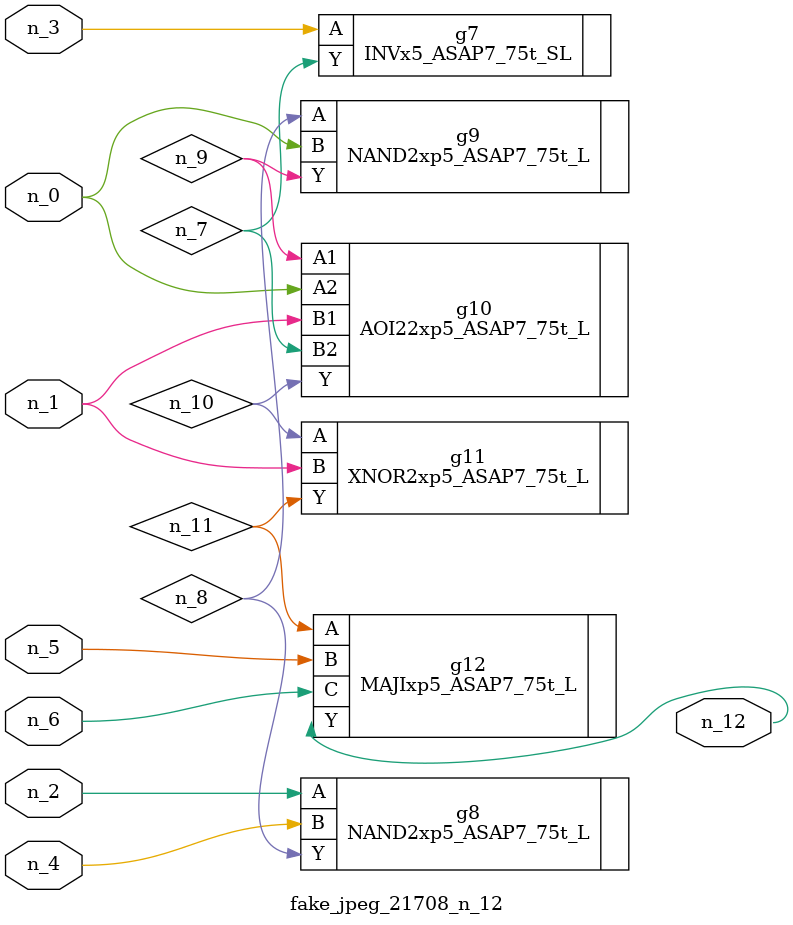
<source format=v>
module fake_jpeg_21708_n_12 (n_3, n_2, n_1, n_0, n_4, n_6, n_5, n_12);

input n_3;
input n_2;
input n_1;
input n_0;
input n_4;
input n_6;
input n_5;

output n_12;

wire n_11;
wire n_10;
wire n_8;
wire n_9;
wire n_7;

INVx5_ASAP7_75t_SL g7 ( 
.A(n_3),
.Y(n_7)
);

NAND2xp5_ASAP7_75t_L g8 ( 
.A(n_2),
.B(n_4),
.Y(n_8)
);

NAND2xp5_ASAP7_75t_L g9 ( 
.A(n_8),
.B(n_0),
.Y(n_9)
);

AOI22xp5_ASAP7_75t_L g10 ( 
.A1(n_9),
.A2(n_0),
.B1(n_1),
.B2(n_7),
.Y(n_10)
);

XNOR2xp5_ASAP7_75t_L g11 ( 
.A(n_10),
.B(n_1),
.Y(n_11)
);

MAJIxp5_ASAP7_75t_L g12 ( 
.A(n_11),
.B(n_5),
.C(n_6),
.Y(n_12)
);


endmodule
</source>
